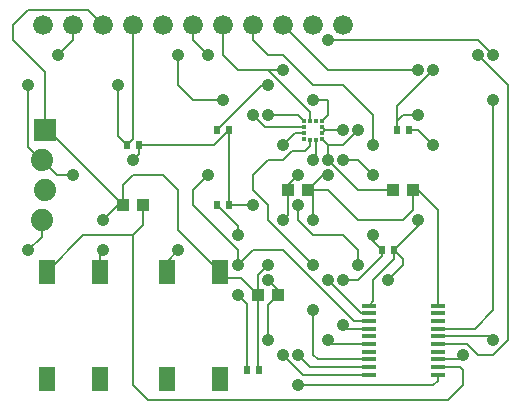
<source format=gtl>
G04 EAGLE Gerber RS-274X export*
G75*
%MOIN*%
%FSLAX36Y36*%
%LPD*%
%INTop Copper Layer*%
%IPPOS*%
%AMOC8*
5,1,8,0,0,1.08239X$1,22.5*%
G01*
%ADD10R,0.043307X0.039370*%
%ADD11C,0.066000*%
%ADD12R,0.023622X0.027559*%
%ADD13R,0.055118X0.082677*%
%ADD14R,0.074000X0.074000*%
%ADD15C,0.074000*%
%ADD16R,0.047236X0.011811*%
%ADD17R,0.017000X0.014000*%
%ADD18R,0.014000X0.017000*%
%ADD19C,0.006000*%
%ADD20C,0.041654*%


D10*
X416535Y700000D03*
X483465Y700000D03*
X966535Y750000D03*
X1033465Y750000D03*
X1316535Y750000D03*
X1383465Y750000D03*
X866535Y400000D03*
X933465Y400000D03*
D11*
X150000Y1300000D03*
X250000Y1300000D03*
X350000Y1300000D03*
X450000Y1300000D03*
X550000Y1300000D03*
X650000Y1300000D03*
X750000Y1300000D03*
X850000Y1300000D03*
X950000Y1300000D03*
X1050000Y1300000D03*
X1150000Y1300000D03*
D12*
X730315Y700000D03*
X769685Y700000D03*
X430315Y900000D03*
X469685Y900000D03*
X1280315Y550000D03*
X1319685Y550000D03*
X1330315Y950000D03*
X1369685Y950000D03*
X730315Y950000D03*
X769685Y950000D03*
D13*
X738583Y120866D03*
X738583Y479134D03*
X561417Y479134D03*
X561417Y120866D03*
X338583Y120866D03*
X338583Y479134D03*
X161417Y479134D03*
X161417Y120866D03*
D14*
X155000Y950000D03*
D15*
X145000Y850000D03*
X155000Y750000D03*
X145000Y650000D03*
D16*
X1464173Y365154D03*
X1464173Y339563D03*
X1464173Y313976D03*
X1464173Y288386D03*
X1464173Y262795D03*
X1464173Y237205D03*
X1464173Y211614D03*
X1464173Y186024D03*
X1235823Y365154D03*
X1235823Y339563D03*
X1235823Y313976D03*
X1235823Y288386D03*
X1235823Y262795D03*
X1235823Y237205D03*
X1235823Y211614D03*
X1235823Y186024D03*
X1235823Y160433D03*
X1235823Y134846D03*
X1464173Y160433D03*
X1464173Y134846D03*
D17*
X1020000Y979528D03*
X1020000Y959843D03*
X1020000Y940157D03*
X1020000Y920472D03*
D18*
X1040157Y919000D03*
X1059843Y919000D03*
D17*
X1080000Y920472D03*
X1080000Y940157D03*
X1080000Y959843D03*
X1080000Y979528D03*
D18*
X1059843Y981000D03*
X1040157Y981000D03*
D12*
X830315Y150000D03*
X869685Y150000D03*
D19*
X561417Y511417D02*
X600000Y550000D01*
X561417Y511417D02*
X561417Y479134D01*
X900000Y450000D02*
X933465Y416535D01*
X933465Y400000D01*
X1464173Y134846D02*
X1464173Y114173D01*
X1450000Y100000D01*
X1000000Y100000D01*
X900000Y250000D02*
X900000Y366535D01*
X933465Y400000D01*
D20*
X900000Y450000D03*
X1000000Y100000D03*
X900000Y250000D03*
X600000Y550000D03*
D19*
X282283Y600000D02*
X161417Y479134D01*
X282283Y600000D02*
X450000Y600000D01*
X483465Y633465D01*
X483465Y700000D01*
X1464173Y160433D02*
X1539567Y160433D01*
X1550000Y150000D01*
X1550000Y100000D01*
X1500000Y50000D01*
X500000Y50000D01*
X450000Y100000D01*
X450000Y600000D01*
X416535Y700000D02*
X166535Y950000D01*
X155000Y950000D01*
X1033465Y750000D02*
X1100000Y750000D01*
X1200000Y650000D01*
X1350000Y650000D01*
X1383465Y683465D01*
X1383465Y750000D01*
X338583Y538583D02*
X338583Y479134D01*
X338583Y538583D02*
X350000Y550000D01*
X350000Y650000D02*
X400000Y700000D01*
X416535Y700000D01*
X1033465Y750000D02*
X1083465Y800000D01*
X1100000Y800000D01*
X1089843Y950000D02*
X1150000Y950000D01*
X1089843Y950000D02*
X1080000Y959843D01*
X1089843Y950000D02*
X1080000Y940157D01*
X738583Y479134D02*
X600000Y617717D01*
X600000Y750000D02*
X550000Y800000D01*
X450000Y800000D01*
X416535Y766535D01*
X416535Y700000D01*
X600000Y750000D02*
X600000Y617717D01*
X866535Y466535D02*
X866535Y400000D01*
X866535Y466535D02*
X900000Y500000D01*
X1050000Y650000D02*
X1050000Y733465D01*
X1033465Y750000D01*
X1383465Y750000D02*
X1400000Y750000D01*
X759449Y458268D02*
X738583Y479134D01*
X759449Y458268D02*
X808268Y458268D01*
X866535Y400000D01*
X1464173Y365154D02*
X1464173Y685827D01*
X1400000Y750000D01*
X155000Y950000D02*
X155000Y1145000D01*
X50000Y1250000D01*
X50000Y1300000D01*
X100000Y1350000D01*
X300000Y1350000D01*
X350000Y1300000D01*
X866535Y153150D02*
X869685Y150000D01*
X866535Y153150D02*
X866535Y400000D01*
D20*
X1050000Y650000D03*
X1100000Y800000D03*
X1150000Y950000D03*
X350000Y650000D03*
X900000Y500000D03*
X350000Y550000D03*
D19*
X1562795Y237205D02*
X1600000Y200000D01*
X1650000Y200000D01*
X1700000Y250000D01*
X1700000Y1100000D02*
X1600000Y1200000D01*
X700000Y1200000D02*
X650000Y1250000D01*
X650000Y1300000D01*
X1700000Y1100000D02*
X1700000Y250000D01*
X1562795Y237205D02*
X1464173Y237205D01*
D20*
X700000Y1200000D03*
X1600000Y1200000D03*
D19*
X830315Y369685D02*
X830315Y150000D01*
X830315Y369685D02*
X800000Y400000D01*
X800000Y500000D02*
X850000Y550000D01*
X1186024Y313976D02*
X1235823Y313976D01*
X950000Y550000D02*
X850000Y550000D01*
X950000Y550000D02*
X1186024Y313976D01*
X800000Y500000D02*
X800000Y550000D01*
X650000Y700000D02*
X650000Y750000D01*
X700000Y800000D01*
X900000Y1000000D02*
X999528Y1000000D01*
X1020000Y979528D01*
X650000Y700000D02*
X800000Y550000D01*
D20*
X900000Y1000000D03*
X800000Y400000D03*
X800000Y500000D03*
X700000Y800000D03*
D19*
X1330315Y950000D02*
X1330315Y1030315D01*
X1450000Y1150000D01*
X1600000Y1250000D02*
X1650000Y1200000D01*
X1600000Y1250000D02*
X1100000Y1250000D01*
X600000Y1200000D02*
X600000Y1100000D01*
X650000Y1050000D01*
X750000Y1050000D01*
X890157Y959843D02*
X1020000Y959843D01*
X890157Y959843D02*
X850000Y1000000D01*
X1161614Y288386D02*
X1235823Y288386D01*
X1161614Y288386D02*
X1150000Y300000D01*
X1350000Y1000000D02*
X1400000Y1000000D01*
X1350000Y1000000D02*
X1330315Y980315D01*
X1330315Y950000D01*
D20*
X1100000Y1250000D03*
X850000Y1000000D03*
X1650000Y1200000D03*
X750000Y1050000D03*
X1450000Y1150000D03*
X1150000Y300000D03*
X1400000Y1000000D03*
X600000Y1200000D03*
D19*
X1250000Y580315D02*
X1280315Y550000D01*
X1250000Y580315D02*
X1250000Y600000D01*
X1235823Y237205D02*
X1112795Y237205D01*
X1100000Y250000D01*
X1150000Y450000D02*
X1200000Y450000D01*
X1280315Y530315D01*
X1280315Y550000D01*
X750000Y1200000D02*
X750000Y1300000D01*
X800000Y1150000D02*
X900000Y1150000D01*
X1040157Y1009843D01*
X1040157Y981000D01*
X950000Y1150000D02*
X900000Y1150000D01*
X800000Y1150000D02*
X750000Y1200000D01*
D20*
X1150000Y450000D03*
X1250000Y600000D03*
X1100000Y250000D03*
X950000Y1150000D03*
D19*
X450000Y1300000D02*
X450000Y919685D01*
X430315Y900000D01*
X1210437Y339563D02*
X1235823Y339563D01*
X1250000Y800000D02*
X1200000Y850000D01*
X1150000Y850000D01*
X430315Y900000D02*
X400000Y930315D01*
X400000Y1100000D01*
X1100000Y1050000D02*
X1100000Y999528D01*
X1100000Y1050000D02*
X1050000Y1050000D01*
X1100000Y450000D02*
X1210437Y339563D01*
X1080000Y979528D02*
X1100000Y999528D01*
D20*
X1100000Y450000D03*
X1150000Y850000D03*
X1250000Y800000D03*
X1050000Y1050000D03*
X400000Y1100000D03*
D19*
X900000Y650000D02*
X1050000Y500000D01*
X1000000Y200000D02*
X1039567Y160433D01*
X1235823Y160433D01*
X1040157Y899000D02*
X1040157Y919000D01*
X1040157Y899000D02*
X1021157Y880000D01*
X980000Y880000D01*
X950000Y850000D01*
X900000Y850000D01*
X850000Y800000D01*
X850000Y750000D01*
X900000Y700000D01*
X900000Y650000D01*
D20*
X1050000Y500000D03*
X1000000Y200000D03*
D19*
X1015154Y134846D02*
X1235823Y134846D01*
X1015154Y134846D02*
X950000Y200000D01*
X1059843Y859843D02*
X1059843Y919000D01*
X1059843Y859843D02*
X1050000Y850000D01*
D20*
X1050000Y850000D03*
X950000Y200000D03*
D19*
X800000Y630315D02*
X730315Y700000D01*
X800000Y630315D02*
X800000Y600000D01*
X966535Y666535D02*
X966535Y750000D01*
X966535Y666535D02*
X950000Y650000D01*
X990157Y940157D02*
X1020000Y940157D01*
X990157Y940157D02*
X950000Y900000D01*
X1000000Y800000D02*
X966535Y766535D01*
X966535Y750000D01*
D20*
X950000Y900000D03*
X800000Y600000D03*
X1000000Y800000D03*
X950000Y650000D03*
D19*
X195000Y800000D02*
X145000Y850000D01*
X195000Y800000D02*
X250000Y800000D01*
X450000Y850000D02*
X469685Y869685D01*
X469685Y900000D01*
X1319685Y550000D02*
X1400000Y630315D01*
X1400000Y650000D01*
X1450000Y900000D02*
X1400000Y950000D01*
X1369685Y950000D01*
X1250000Y379331D02*
X1235823Y365154D01*
X1250000Y379331D02*
X1250000Y450000D01*
X1319685Y519685D02*
X1319685Y550000D01*
X1319685Y519685D02*
X1250000Y450000D01*
X1319685Y550000D02*
X1350000Y519685D01*
X1350000Y500000D01*
X1300000Y450000D01*
X145000Y850000D02*
X100000Y895000D01*
X100000Y1100000D01*
X200000Y1200000D02*
X250000Y1250000D01*
X250000Y1300000D01*
X469685Y900000D02*
X719685Y900000D01*
X769685Y950000D01*
X769685Y700000D01*
X850000Y700000D01*
X1000000Y650000D02*
X1050000Y600000D01*
X1200000Y550000D02*
X1200000Y500000D01*
X1200000Y550000D02*
X1150000Y600000D01*
X1050000Y600000D01*
D20*
X200000Y1200000D03*
X1300000Y450000D03*
X450000Y850000D03*
X1200000Y500000D03*
X100000Y1100000D03*
X850000Y700000D03*
X1450000Y900000D03*
X1400000Y650000D03*
X250000Y800000D03*
D19*
X1000000Y700000D02*
X1000000Y650000D01*
D20*
X1000000Y700000D03*
D19*
X1536024Y186024D02*
X1550000Y200000D01*
X1400000Y1150000D02*
X1100000Y1150000D01*
X950000Y1300000D01*
X1464173Y186024D02*
X1536024Y186024D01*
D20*
X1550000Y200000D03*
X1400000Y1150000D03*
D19*
X145000Y595000D02*
X100000Y550000D01*
X145000Y595000D02*
X145000Y650000D01*
X1650000Y350000D02*
X1650000Y1050000D01*
X1588386Y288386D02*
X1464173Y288386D01*
X1588386Y288386D02*
X1650000Y350000D01*
D20*
X1650000Y1050000D03*
X100000Y550000D03*
D19*
X1464173Y262795D02*
X1637205Y262795D01*
X1650000Y250000D01*
D20*
X1650000Y250000D03*
D19*
X1316535Y750000D02*
X1200000Y750000D01*
X1100000Y850000D01*
X1100000Y900472D02*
X1080000Y920472D01*
X1100000Y900472D02*
X1100000Y850000D01*
X1150000Y900000D02*
X1200000Y950000D01*
X1150000Y900000D02*
X1100472Y900000D01*
X1100000Y900472D01*
X880315Y1100000D02*
X730315Y950000D01*
X880315Y1100000D02*
X900000Y1100000D01*
D20*
X1200000Y950000D03*
X1100000Y850000D03*
X900000Y1100000D03*
D19*
X850000Y1250000D02*
X850000Y1300000D01*
X1063976Y186024D02*
X1235823Y186024D01*
X1063976Y186024D02*
X1050000Y200000D01*
X1050000Y350000D01*
X1250000Y900000D02*
X1250000Y1000000D01*
X1150000Y1100000D01*
X1050000Y1100000D01*
X950000Y1200000D01*
X900000Y1200000D01*
X850000Y1250000D01*
D20*
X1050000Y350000D03*
X1250000Y900000D03*
M02*

</source>
